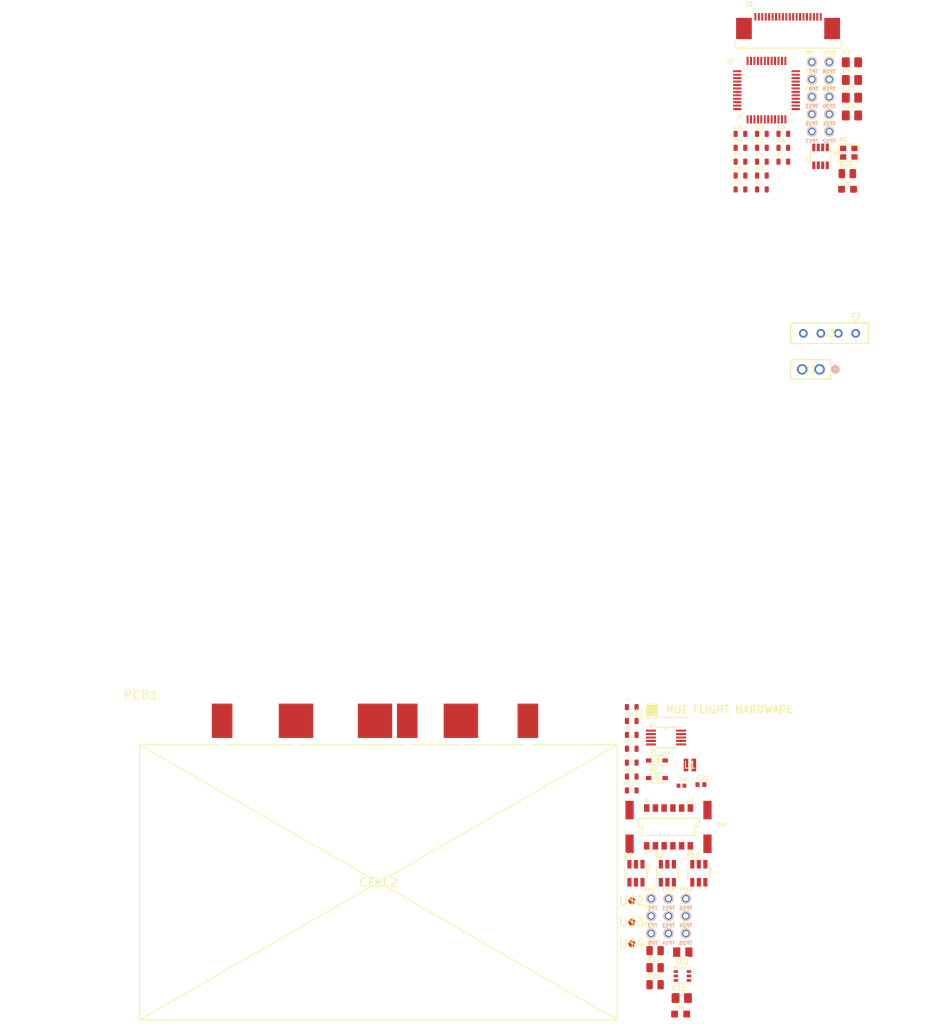
<source format=kicad_pcb>
(kicad_pcb (version 20241229) (generator "pcbnew") (generator_version "9.0")
  (layers (0 "F.Cu" signal) (2 "B.Cu" signal) (13 "F.Paste" user) (15 "B.Paste" user) (5 "F.SilkS" user "F.Silkscreen") (7 "B.SilkS" user "B.Silkscreen") (1 "F.Mask" user) (3 "B.Mask" user) (25 "Edge.Cuts" user))
  (net 0 "")
  (net 1 "3.3V")
  (net 2 "GND")
  (net 3 "VSOLAR")
  (net 4 "Net-(U5-VOUT)")
  (net 5 "Net-(U5-VIN)")
  (net 6 "Net-(U7-PF1-OSC_OUT)")
  (net 7 "Net-(U7-PF0-OSC_IN)")
  (net 8 "Net-(CF1-AUX-Pad7)")
  (net 9 "VBUS")
  (net 10 "CANL")
  (net 11 "/1u_panel-power/~{SHUTDOWN}")
  (net 12 "CANH")
  (net 13 "/1u_panel-power/~{SHDN-3.3V}")
  (net 14 "/1u_panel-power/~{SHDN-OUPUT}")
  (net 15 "Net-(D4-PadA)")
  (net 16 "Net-(D6-PadA)")
  (net 17 "Net-(J2-DEBUG-1)")
  (net 18 "Net-(J2-DEBUG-0)")
  (net 19 "/1u_panel-microcontroller/NRESET")
  (net 21 "Net-(J2-SWO)")
  (net 23 "Net-(J2-VBUSP-Pad1)")
  (net 25 "/1u_panel-microcontroller/PA2{slash}USART2_TX")
  (net 26 "Net-(J2-DEBUG-2)")
  (net 27 "/1u_panel-microcontroller/SWCLK")
  (net 28 "/1u_panel-microcontroller/PA3{slash}USART2_RX")
  (net 29 "/1u_panel-microcontroller/SWDIO")
  (net 31 "Net-(J2-DEBUG-3)")
  (net 32 "Net-(U5-SW)")
  (net 33 "Net-(U12-CTL)")
  (net 34 "Net-(Q2A-G)")
  (net 35 "Net-(Q2A-S)")
  (net 36 "Net-(U5-~{SHDN})")
  (net 37 "Net-(U4-VBUS)")
  (net 38 "V_SOLAR")
  (net 39 "/1u_panel-microcontroller/BOOT0")
  (net 40 "/1u_panel-microcontroller/PA0")
  (net 41 "/1u_panel-microcontroller/SMSN0")
  (net 42 "/1u_panel-microcontroller/SMSN1")
  (net 43 "/1u_panel-microcontroller/SMSN2")
  (net 44 "/1u_panel-microcontroller/SMSN3")
  (net 45 "Net-(U7-PA5)")
  (net 46 "Net-(U12-STAT)")
  (net 47 "Net-(U7-PA6)")
  (net 48 "Net-(U4-ALERT)")
  (net 49 "/1u_panel-microcontroller/CAN_TX")
  (net 50 "/1u_panel-microcontroller/CAN_SHDN")
  (net 51 "/1u_panel-microcontroller/CAN_SILENT")
  (net 52 "/1u_panel-microcontroller/CAN_RX")
  (net 53 "SCL")
  (net 54 "SDA")
  (footprint "1u_panel:.0402-B-NOSILK" (layer "F.Cu") (at 113.286 136.09025)
    (property "Reference" "C21" (at -0.8 -0.55 0) (layer "F.SilkS") (effects (font (size 0.68 0.68) (thickness 0.12)) (justify left bottom)))
    (property "Value" "100n")
    (pad "1" smd roundrect (at -0.5 0) (size 0.6 0.7) (layers "F.Cu" "F.Paste") (roundrect_rratio 0.085) (net 3 "VSOLAR"))
    (pad "2" smd roundrect (at 0.5 0) (size 0.6 0.7) (layers "F.Cu" "F.Paste") (roundrect_rratio 0.085) (net 2 "GND"))
  )
  (footprint "1u_panel:.0603-C-NOSILK" (layer "F.Cu") (at 122.156 43.46025)
    (property "Reference" "C31" (at -1 -0.75 0) (layer "F.SilkS") (effects (font (size 0.425 0.425) (thickness 0.075)) (justify left bottom)))
    (property "Value" "100n")
    (pad "1" smd roundrect (at -0.7 0) (size 0.6 0.9) (layers "F.Cu" "F.Paste") (net 2 "GND"))
    (pad "2" smd roundrect (at 0.7 0) (size 0.6 0.9) (layers "F.Cu" "F.Paste") (net 1 "3.3V"))
  )
  (footprint "1u_panel:1X01" (layer "F.Cu") (at 129.4395 33.52075)
    (property "Reference" "TP8" (at -1 -1 0) (layer "F.SilkS") (effects (font (size 0.508 0.508) (thickness 0.127)) (justify left bottom)))
    (property "Value" "TEST-POINT-LARGE-SQUARE")
    (fp_text user "${REFERENCE}" (at 1 1.7 0) (layer "B.SilkS") (effects (font (size 0.508 0.508) (thickness 0.127)) (justify left bottom mirror)))
    (pad "1" thru_hole circle (at 0 0) (size 1.1 1.1) (drill 0.7366) (layers "*.Cu" "*.Mask") (net 23 "Net-(J2-VBUSP-Pad1)"))
  )
  (footprint "1u_panel:1X01" (layer "F.Cu") (at 131.9665 41.10175)
    (property "Reference" "TP22" (at -1 -1 0) (layer "F.SilkS") (effects (font (size 0.508 0.508) (thickness 0.127)) (justify left bottom)))
    (property "Value" "TEST-POINT-LARGE-SQUARE")
    (fp_text user "${REFERENCE}" (at 1 1.7 0) (layer "B.SilkS") (effects (font (size 0.508 0.508) (thickness 0.127)) (justify left bottom mirror)))
    (pad "1" thru_hole circle (at 0 0) (size 1.1 1.1) (drill 0.7366) (layers "*.Cu" "*.Mask") (net 47 "Net-(U7-PA6)"))
  )
  (footprint "1u_panel:.0805-B-NOSILK" (layer "F.Cu") (at 135.266 33.60025)
    (property "Reference" "C9" (at -1.5 -1 0) (layer "F.SilkS") (effects (font (size 0.68 0.68) (thickness 0.12)) (justify left bottom)))
    (property "Value" "22u")
    (pad "1" smd roundrect (at -0.9 0) (size 1.15 1.45) (layers "F.Cu" "F.Paste") (roundrect_rratio 0.175) (net 1 "3.3V"))
    (pad "2" smd roundrect (at 0.9 0) (size 1.15 1.45) (layers "F.Cu" "F.Paste") (roundrect_rratio 0.175) (net 2 "GND"))
  )
  (footprint "1u_panel:FLIGHTMARKER_NEW_BOARDS" (layer "F.Cu") (at 105.526 125.81025)
    (property "Reference" "U$1" (at 0 0 0) (layer "F.SilkS") (effects (font (size 1.27 1.27))))
    (property "Value" "FLIGHMARKERNEW")
    (fp_text user "NOT FLIGHT HARDWARE" (at 2.54 0 0) (layer "F.SilkS") (effects (font (size 1.0795 1.0795) (thickness 0.1905)) (justify left bottom)))
  )
  (footprint "1u_panel:.0603-C-NOSILK" (layer "F.Cu") (at 122.156 45.48025)
    (property "Reference" "R22" (at -1 -0.75 0) (layer "F.SilkS") (effects (font (size 0.425 0.425) (thickness 0.075)) (justify left bottom)))
    (property "Value" "10k")
    (pad "1" smd roundrect (at -0.7 0) (size 0.6 0.9) (layers "F.Cu" "F.Paste") (net 39 "/1u_panel-microcontroller/BOOT0"))
    (pad "2" smd roundrect (at 0.7 0) (size 0.6 0.9) (layers "F.Cu" "F.Paste") (net 2 "GND"))
  )
  (footprint "1u_panel:CRYSTAL_2.5X2" (layer "F.Cu") (at 134.8095 44.17375)
    (property "Reference" "X1" (at -1.532 -1.528 0) (layer "F.SilkS") (effects (font (size 0.666496 0.666496) (thickness 0.146304)) (justify left bottom)))
    (property "Value" "ECS-160-10-36Q-ES-TR")
    (pad "1" smd rect (at -0.825 0.625) (size 0.9 0.8) (layers "F.Cu" "F.Mask" "F.Paste") (net 7 "Net-(U7-PF0-OSC_IN)"))
    (pad "2" smd rect (at 0.825 0.625) (size 0.9 0.8) (layers "F.Cu" "F.Mask" "F.Paste") (net 2 "GND"))
    (pad "3" smd rect (at 0.825 -0.625) (size 0.9 0.8) (layers "F.Cu" "F.Mask" "F.Paste") (net 6 "Net-(U7-PF1-OSC_OUT)"))
    (pad "4" smd rect (at -0.825 -0.625) (size 0.9 0.8) (layers "F.Cu" "F.Mask" "F.Paste") (net 2 "GND"))
  )
  (footprint "1u_panel:.0603-C-NOSILK" (layer "F.Cu") (at 119.036 41.44025)
    (property "Reference" "C25" (at -1 -0.75 0) (layer "F.SilkS") (effects (font (size 0.425 0.425) (thickness 0.075)) (justify left bottom)))
    (property "Value" "100n")
    (pad "1" smd roundrect (at -0.7 0) (size 0.6 0.9) (layers "F.Cu" "F.Paste") (net 2 "GND"))
    (pad "2" smd roundrect (at 0.7 0) (size 0.6 0.9) (layers "F.Cu" "F.Paste") (net 1 "3.3V"))
  )
  (footprint "1u_panel:1X01" (layer "F.Cu") (at 131.9665 36.04775)
    (property "Reference" "TP20" (at -1 -1 0) (layer "F.SilkS") (effects (font (size 0.508 0.508) (thickness 0.127)) (justify left bottom)))
    (property "Value" "TEST-POINT-LARGE-SQUARE")
    (fp_text user "${REFERENCE}" (at 1 1.7 0) (layer "B.SilkS") (effects (font (size 0.508 0.508) (thickness 0.127)) (justify left bottom mirror)))
    (pad "1" thru_hole circle (at 0 0) (size 1.1 1.1) (drill 0.7366) (layers "*.Cu" "*.Mask") (net 31 "Net-(J2-DEBUG-3)"))
  )
  (footprint "1u_panel:.0603-C-NOSILK" (layer "F.Cu") (at 103.216 124.82025)
    (property "Reference" "C4" (at -1 -0.75 0) (layer "F.SilkS") (effects (font (size 0.425 0.425) (thickness 0.075)) (justify left bottom)))
    (property "Value" "10u")
    (pad "1" smd roundrect (at -0.7 0) (size 0.6 0.9) (layers "F.Cu" "F.Paste") (net 38 "V_SOLAR"))
    (pad "2" smd roundrect (at 0.7 0) (size 0.6 0.9) (layers "F.Cu" "F.Paste") (net 2 "GND"))
  )
  (footprint "Package_TO_SOT_SMD:SOT-363_SC-70-6" (layer "F.Cu") (at 110.581 163.93025)
    (property "Reference" "U5" (at 0 -2.25 0) (layer "F.SilkS"))
    (property "Value" "LTC3525D-3.3")
    (pad "1" smd roundrect (at -0.95 -0.65) (size 0.65 0.4) (layers "F.Cu" "F.Mask" "F.Paste") (net 36 "Net-(U5-~{SHDN})"))
    (pad "2" smd roundrect (at -0.95 0) (size 0.65 0.4) (layers "F.Cu" "F.Mask" "F.Paste") (net 2 "GND"))
    (pad "3" smd roundrect (at -0.95 0.65) (size 0.65 0.4) (layers "F.Cu" "F.Mask" "F.Paste") (net 5 "Net-(U5-VIN)"))
    (pad "4" smd roundrect (at 0.95 0.65) (size 0.65 0.4) (layers "F.Cu" "F.Mask" "F.Paste") (net 4 "Net-(U5-VOUT)"))
    (pad "5" smd roundrect (at 0.95 0) (size 0.65 0.4) (layers "F.Cu" "F.Mask" "F.Paste") (net 2 "GND"))
    (pad "6" smd roundrect (at 0.95 -0.65) (size 0.65 0.4) (layers "F.Cu" "F.Mask" "F.Paste") (net 32 "Net-(U5-SW)"))
  )
  (footprint "1u_panel:HARWIN-M55-60X1242R" (layer "F.Cu") (at 108.5695 142.25025)
    (property "Reference" "CF1" (at 6.985 0 0) (layer "F.SilkS") (effects (font (size 0.508 0.508) (thickness 0.127)) (justify left bottom)))
    (property "Value" "M55-6021242R")
    (fp_text user "1" (at -2.94 3.5 0) (layer "F.SilkS") (effects (font (size 0.508 0.508) (thickness 0.127)) (justify right top)))
    (fp_text user "2" (at -2.94 -4.1 0) (layer "F.SilkS") (effects (font (size 0.508 0.508) (thickness 0.127)) (justify right top)))
    (fp_text user "11" (at 3.74 3.5 0) (layer "F.SilkS") (effects (font (size 0.508 0.508) (thickness 0.127)) (justify right top)))
    (fp_text user "12" (at 3.64 -4.1 0) (layer "F.SilkS") (effects (font (size 0.508 0.508) (thickness 0.127)) (justify right top)))
    (pad "" np_thru_hole circle (at -5.385 0) (size 1.6 1.6) (drill 1.6) (layers "*.Cu" "*.Mask"))
    (pad "" np_thru_hole circle (at 5.385 0) (size 1.6 1.6) (drill 1.6) (layers "*.Cu" "*.Mask"))
    (pad "1" smd rect (at -3.175 2.75 180) (size 0.8 1.1) (layers "F.Cu" "F.Mask" "F.Paste") (net 11 "/1u_panel-power/~{SHUTDOWN}"))
    (pad "2" smd rect (at -3.175 -2.75 180) (size 0.8 1.1) (layers "F.Cu" "F.Mask" "F.Paste") (net 11 "/1u_panel-power/~{SHUTDOWN}"))
    (pad "3" smd rect (at -1.905 2.75 180) (size 0.8 1.1) (layers "F.Cu" "F.Mask" "F.Paste") (net 2 "GND"))
    (pad "4" smd rect (at -1.905 -2.75 180) (size 0.8 1.1) (layers "F.Cu" "F.Mask" "F.Paste") (net 2 "GND"))
    (pad "5" smd rect (at -0.635 2.75 180) (size 0.8 1.1) (layers "F.Cu" "F.Mask" "F.Paste") (net 9 "VBUS"))
    (pad "6" smd rect (at -0.635 -2.75 180) (size 0.8 1.1) (layers "F.Cu" "F.Mask" "F.Paste") (net 9 "VBUS"))
    (pad "7" smd rect (at 0.635 2.75 180) (size 0.8 1.1) (layers "F.Cu" "F.Mask" "F.Paste") (net 8 "Net-(CF1-AUX-Pad7)"))
    (pad "8" smd rect (at 0.635 -2.75 180) (size 0.8 1.1) (layers "F.Cu" "F.Mask" "F.Paste") (net 8 "Net-(CF1-AUX-Pad7)"))
    (pad "9" smd rect (at 1.905 2.75 180) (size 0.8 1.1) (layers "F.Cu" "F.Mask" "F.Paste") (net 12 "CANH"))
    (pad "10" smd rect (at 1.905 -2.75 180) (size 0.8 1.1) (layers "F.Cu" "F.Mask" "F.Paste") (net 12 "CANH"))
    (pad "11" smd rect (at 3.175 2.75 180) (size 0.8 1.1) (layers "F.Cu" "F.Mask" "F.Paste") (net 10 "CANL"))
    (pad "12" smd rect (at 3.175 -2.75 180) (size 0.8 1.1) (layers "F.Cu" "F.Mask" "F.Paste") (net 10 "CANL"))
    (pad "P$1" smd rect (at -5.67 2.45 90) (size 2.7 1.2) (layers "F.Cu" "F.Mask" "F.Paste") (net 2 "GND"))
    (pad "P$2" smd rect (at -5.67 -2.45 90) (size 2.7 1.2) (layers "F.Cu" "F.Mask" "F.Paste") (net 2 "GND"))
    (pad "P$3" smd rect (at 5.67 -2.45 90) (size 2.7 1.2) (layers "F.Cu" "F.Mask" "F.Paste") (net 2 "GND"))
    (pad "P$4" smd rect (at 5.67 2.45 90) (size 2.7 1.2) (layers "F.Cu" "F.Mask" "F.Paste") (net 2 "GND"))
  )
  (footprint "1u_panel:.0603-C-NOSILK" (layer "F.Cu") (at 125.276 43.46025)
    (property "Reference" "R26" (at -1 -0.75 0) (layer "F.SilkS") (effects (font (size 0.425 0.425) (thickness 0.075)) (justify left bottom)))
    (property "Value" "1k/NP")
    (pad "1" smd roundrect (at -0.7 0) (size 0.6 0.9) (layers "F.Cu" "F.Paste") (net 43 "/1u_panel-microcontroller/SMSN2"))
    (pad "2" smd roundrect (at 0.7 0) (size 0.6 0.9) (layers "F.Cu" "F.Paste") (net 2 "GND"))
  )
  (footprint "1u_panel:.0603-C-NOSILK" (layer "F.Cu") (at 122.156 41.44025)
    (property "Reference" "C30" (at -1 -0.75 0) (layer "F.SilkS") (effects (font (size 0.425 0.425) (thickness 0.075)) (justify left bottom)))
    (property "Value" "100n")
    (pad "1" smd roundrect (at -0.7 0) (size 0.6 0.9) (layers "F.Cu" "F.Paste") (net 2 "GND"))
    (pad "2" smd roundrect (at 0.7 0) (size 0.6 0.9) (layers "F.Cu" "F.Paste") (net 1 "3.3V"))
  )
  (footprint "1u_panel:STM32F091C" (layer "F.Cu") (at 122.826 35.08025)
    (property "Reference" "U7" (at -5.9 -3.9 0) (layer "F.SilkS") (effects (font (size 0.508 0.508) (thickness 0.127)) (justify left bottom)))
    (property "Value" "STM32F091CCT7")
    (pad "1" smd rect (at -2.75 4.25 90) (size 1.2 0.3) (layers "F.Cu" "F.Mask" "F.Paste") (net 1 "3.3V"))
    (pad "2" smd rect (at -2.25 4.25 90) (size 1.2 0.3) (layers "F.Cu" "F.Mask" "F.Paste"))
    (pad "3" smd rect (at -1.75 4.25 90) (size 1.2 0.3) (layers "F.Cu" "F.Mask" "F.Paste"))
    (pad "4" smd rect (at -1.25 4.25 90) (size 1.2 0.3) (layers "F.Cu" "F.Mask" "F.Paste"))
    (pad "5" smd rect (at -0.75 4.25 90) (size 1.2 0.3) (layers "F.Cu" "F.Mask" "F.Paste") (net 7 "Net-(U7-PF0-OSC_IN)"))
    (pad "6" smd rect (at -0.25 4.25 90) (size 1.2 0.3) (layers "F.Cu" "F.Mask" "F.Paste") (net 6 "Net-(U7-PF1-OSC_OUT)"))
    (pad "7" smd rect (at 0.25 4.25 90) (size 1.2 0.3) (layers "F.Cu" "F.Mask" "F.Paste") (net 19 "/1u_panel-microcontroller/NRESET"))
    (pad "8" smd rect (at 0.75 4.25 90) (size 1.2 0.3) (layers "F.Cu" "F.Mask" "F.Paste") (net 2 "GND"))
    (pad "9" smd rect (at 1.25 4.25 90) (size 1.2 0.3) (layers "F.Cu" "F.Mask" "F.Paste") (net 1 "3.3V"))
    (pad "10" smd rect (at 1.75 4.25 90) (size 1.2 0.3) (layers "F.Cu" "F.Mask" "F.Paste") (net 40 "/1u_panel-microcontroller/PA0"))
    (pad "11" smd rect (at 2.25 4.25 90) (size 1.2 0.3) (layers "F.Cu" "F.Mask" "F.Paste"))
    (pad "12" smd rect (at 2.75 4.25 90) (size 1.2 0.3) (layers "F.Cu" "F.Mask" "F.Paste") (net 25 "/1u_panel-microcontroller/PA2{slash}USART2_TX"))
    (pad "13" smd rect (at 4.25 2.75 180) (size 1.2 0.3) (layers "F.Cu" "F.Mask" "F.Paste") (net 28 "/1u_panel-microcontroller/PA3{slash}USART2_RX"))
    (pad "14" smd rect (at 4.25 2.25 180) (size 1.2 0.3) (layers "F.Cu" "F.Mask" "F.Paste"))
    (pad "15" smd rect (at 4.25 1.75 180) (size 1.2 0.3) (layers "F.Cu" "F.Mask" "F.Paste") (net 45 "Net-(U7-PA5)"))
    (pad "16" smd rect (at 4.25 1.25 180) (size 1.2 0.3) (layers "F.Cu" "F.Mask" "F.Paste") (net 47 "Net-(U7-PA6)"))
    (pad "17" smd rect (at 4.25 0.75 180) (size 1.2 0.3) (layers "F.Cu" "F.Mask" "F.Paste"))
    (pad "18" smd rect (at 4.25 0.25 180) (size 1.2 0.3) (layers "F.Cu" "F.Mask" "F.Paste"))
    (pad "19" smd rect (at 4.25 -0.25 180) (size 1.2 0.3) (layers "F.Cu" "F.Mask" "F.Paste"))
    (pad "20" smd rect (at 4.25 -0.75 180) (size 1.2 0.3) (layers "F.Cu" "F.Mask" "F.Paste"))
    (pad "21" smd rect (at 4.25 -1.25 180) (size 1.2 0.3) (layers "F.Cu" "F.Mask" "F.Paste") (net 53 "SCL"))
    (pad "22" smd rect (at 4.25 -1.75 180) (size 1.2 0.3) (layers "F.Cu" "F.Mask" "F.Paste") (net 54 "SDA"))
    (pad "23" smd rect (at 4.25 -2.25 180) (size 1.2 0.3) (layers "F.Cu" "F.Mask" "F.Paste") (net 2 "GND"))
    (pad "24" smd rect (at 4.25 -2.75 180) (size 1.2 0.3) (layers "F.Cu" "F.Mask" "F.Paste") (net 1 "3.3V"))
    (pad "25" smd rect (at 2.75 -4.25 270) (size 1.2 0.3) (layers "F.Cu" "F.Mask" "F.Paste") (net 41 "/1u_panel-microcontroller/SMSN0"))
    (pad "26" smd rect (at 2.25 -4.25 270) (size 1.2 0.3) (layers "F.Cu" "F.Mask" "F.Paste") (net 42 "/1u_panel-microcontroller/SMSN1"))
    (pad "27" smd rect (at 1.75 -4.25 270) (size 1.2 0.3) (layers "F.Cu" "F.Mask" "F.Paste") (net 43 "/1u_panel-microcontroller/SMSN2"))
    (pad "28" smd rect (at 1.25 -4.25 270) (size 1.2 0.3) (layers "F.Cu" "F.Mask" "F.Paste") (net 44 "/1u_panel-microcontroller/SMSN3"))
    (pad "29" smd rect (at 0.75 -4.25 270) (size 1.2 0.3) (layers "F.Cu" "F.Mask" "F.Paste"))
    (pad "30" smd rect (at 0.25 -4.25 270) (size 1.2 0.3) (layers "F.Cu" "F.Mask" "F.Paste") (net 51 "/1u_panel-microcontroller/CAN_SILENT"))
    (pad "31" smd rect (at -0.25 -4.25 270) (size 1.2 0.3) (layers "F.Cu" "F.Mask" "F.Paste") (net 50 "/1u_panel-microcontroller/CAN_SHDN"))
    (pad "32" smd rect (at -0.75 -4.25 270) (size 1.2 0.3) (layers "F.Cu" "F.Mask" "F.Paste") (net 52 "/1u_panel-microcontroller/CAN_RX"))
    (pad "33" smd rect (at -1.25 -4.25 270) (size 1.2 0.3) (layers "F.Cu" "F.Mask" "F.Paste") (net 49 "/1u_panel-microcontroller/CAN_TX"))
    (pad "34" smd rect (at -1.75 -4.25 270) (size 1.2 0.3) (layers "F.Cu" "F.Mask" "F.Paste") (net 29 "/1u_panel-microcontroller/SWDIO"))
    (pad "35" smd rect (at -2.25 -4.25 270) (size 1.2 0.3) (layers "F.Cu" "F.Mask" "F.Paste") (net 2 "GND"))
    (pad "36" smd rect (at -2.75 -4.25 270) (size 1.2 0.3) (layers "F.Cu" "F.Mask" "F.Paste") (net 1 "3.3V"))
    (pad "37" smd rect (at -4.25 -2.75) (size 1.2 0.3) (layers "F.Cu" "F.Mask" "F.Paste") (net 27 "/1u_panel-microcontroller/SWCLK"))
    (pad "38" smd rect (at -4.25 -2.25) (size 1.2 0.3) (layers "F.Cu" "F.Mask" "F.Paste"))
    (pad "39" smd rect (at -4.25 -1.75) (size 1.2 0.3) (layers "F.Cu" "F.Mask" "F.Paste"))
    (pad "40" smd rect (at -4.25 -1.25) (size 1.2 0.3) (layers "F.Cu" "F.Mask" "F.Paste"))
    (pad "41" smd rect (at -4.25 -0.75) (size 1.2 0.3) (layers "F.Cu" "F.Mask" "F.Paste"))
    (pad "42" smd rect (at -4.25 -0.25) (size 1.2 0.3) (layers "F.Cu" "F.Mask" "F.Paste"))
    (pad "43" smd rect (at -4.25 0.25) (size 1.2 0.3) (layers "F.Cu" "F.Mask" "F.Paste"))
    (pad "44" smd rect (at -4.25 0.75) (size 1.2 0.3) (layers "F.Cu" "F.Mask" "F.Paste") (net 39 "/1u_panel-microcontroller/BOOT0"))
    (pad "45" smd rect (at -4.25 1.25) (size 1.2 0.3) (layers "F.Cu" "F.Mask" "F.Paste"))
    (pad "46" smd rect (at -4.25 1.75) (size 1.2 0.3) (layers "F.Cu" "F.Mask" "F.Paste"))
    (pad "47" smd rect (at -4.25 2.25) (size 1.2 0.3) (layers "F.Cu" "F.Mask" "F.Paste") (net 2 "GND"))
    (pad "48" smd rect (at -4.25 2.75) (size 1.2 0.3) (layers "F.Cu" "F.Mask" "F.Paste") (net 1 "3.3V"))
  )
  (footprint "1u_panel:1X01" (layer "F.Cu") (at 108.5665 152.68375)
    (property "Reference" "TP11" (at -1 -1 0) (layer "F.SilkS") (effects (font (size 0.508 0.508) (thickness 0.127)) (justify left bottom)))
    (property "Value" "TEST-POINT-LARGE-SQUARE")
    (fp_text user "${REFERENCE}" (at 1 1.7 0) (layer "B.SilkS") (effects (font (size 0.508 0.508) (thickness 0.127)) (justify left bottom mirror)))
    (pad "1" thru_hole circle (at 0 0) (size 1.1 1.1) (drill 0.7366) (layers "*.Cu" "*.Mask") (net 11 "/1u_panel-power/~{SHUTDOWN}"))
  )
  (footprint "1u_panel:FIDUCIAL_1MM" (layer "F.Cu") (at 103.220117 152.984367)
    (property "Reference" "U$2" (at 0 0 0) (layer "F.SilkS") (effects (font (size 1.27 1.27))))
    (property "Value" "FIDUCIAL")
    (pad "1" smd roundrect (at 0 0) (size 1 1) (layers "F.Cu") (roundrect_rratio 0.5))
  )
  (footprint "1u_panel:LED-0603" (layer "F.Cu") (at 110.333 169.47)
    (property "Reference" "D4" (at 0 -0.635 0) (layer "F.SilkS") (effects (font (size 0.48768 0.48768) (thickness 0.12192)) (justify bottom)))
    (property "Value" "GREEN")
    (pad "A" smd roundrect (at -0.877 0 270) (size 1 1) (layers "F.Cu" "F.Mask" "F.Paste") (roundrect_rratio 0.15) (net 15 "Net-(D4-PadA)"))
    (pad "C" smd roundrect (at 0.877 0 270) (size 1 1) (layers "F.Cu" "F.Mask" "F.Paste") (roundrect_rratio 0.15) (net 2 "GND"))
  )
  (footprint "1u_panel:1X01" (layer "F.Cu") (at 129.4395 41.10175)
    (property "Reference" "TP17" (at -1 -1 0) (layer "F.SilkS") (effects (font (size 0.508 0.508) (thickness 0.127)) (justify left bottom)))
    (property "Value" "TEST-POINT-LARGE-SQUARE")
    (fp_text user "${REFERENCE}" (at 1 1.7 0) (layer "B.SilkS") (effects (font (size 0.508 0.508) (thickness 0.127)) (justify left bottom mirror)))
    (pad "1" thru_hole circle (at 0 0) (size 1.1 1.1) (drill 0.7366) (layers "*.Cu" "*.Mask") (net 18 "Net-(J2-DEBUG-0)"))
  )
  (footprint "IND_XFL2010_COC:IND_XFL2010_COC" (layer "F.Cu") (at 111.6858 133.24535)
    (property "Reference" "L1" (at 0 0 0) (layer "F.SilkS"))
    (property "Value" "XFL2010-682MEC")
    (pad "1" smd rect (at -0.5715 0) (size 0.6604 1.8542) (layers "F.Cu" "F.Mask" "F.Paste") (net 32 "Net-(U5-SW)"))
    (pad "2" smd rect (at 0.5715 0) (size 0.6604 1.8542) (layers "F.Cu" "F.Mask" "F.Paste") (net 5 "Net-(U5-VIN)"))
  )
  (footprint "1u_panel:1X01" (layer "F.Cu") (at 129.4395 36.04775)
    (property "Reference" "TP13" (at -1 -1 0) (layer "F.SilkS") (effects (font (size 0.508 0.508) (thickness 0.127)) (justify left bottom)))
    (property "Value" "TEST-POINT-LARGE-SQUARE")
    (fp_text user "${REFERENCE}" (at 1 1.7 0) (layer "B.SilkS") (effects (font (size 0.508 0.508) (thickness 0.127)) (justify left bottom mirror)))
    (pad "1" thru_hole circle (at 0 0) (size 1.1 1.1) (drill 0.7366) (layers "*.Cu" "*.Mask") (net 19 "/1u_panel-microcontroller/NRESET"))
  )
  (footprint "1u_panel:.0603-C-NOSILK" (layer "F.Cu") (at 119.036 47.50025)
    (property "Reference" "C28" (at -1 -0.75 0) (layer "F.SilkS") (effects (font (size 0.425 0.425) (thickness 0.075)) (justify left bottom)))
    (property "Value" "20p")
    (pad "1" smd roundrect (at -0.7 0) (size 0.6 0.9) (layers "F.Cu" "F.Paste") (net 7 "Net-(U7-PF0-OSC_IN)"))
    (pad "2" smd roundrect (at 0.7 0) (size 0.6 0.9) (layers "F.Cu" "F.Paste") (net 2 "GND"))
  )
  (footprint "1u_panel:1X01" (layer "F.Cu") (at 131.9665 30.99375)
    (property "Reference" "TP18" (at -1 -1 0) (layer "F.SilkS") (effects (font (size 0.508 0.508) (thickness 0.127)) (justify left bottom)))
    (property "Value" "TEST-POINT-LARGE-SQUARE")
    (fp_text user "${REFERENCE}" (at 1 1.7 0) (layer "B.SilkS") (effects (font (size 0.508 0.508) (thickness 0.127)) (justify left bottom mirror)))
    (pad "1" thru_hole circle (at 0 0) (size 1.1 1.1) (drill 0.7366) (layers "*.Cu" "*.Mask") (net 17 "Net-(J2-DEBUG-1)"))
  )
  (footprint "1u_panel:SPECTROLAB-XTE-SF" (layer "F.Cu") (at 66.3495 150.31025)
    (property "Reference" "CELL2" (at 0 0 0) (layer "F.SilkS") (effects (font (size 1.27 1.27))))
    (property "Value" "SPECTROLAB-XTE-SF")
    (pad "NEG1" smd rect (at -22.75 -23.5) (size 3 5) (layers "F.Cu" "F.Mask") (net 2 "GND"))
    (pad "NEG2" smd rect (at 21.75 -23.5) (size 3 5) (layers "F.Cu" "F.Mask") (net 2 "GND"))
    (pad "NEG3" smd rect (at 4.2 -23.5) (size 3 5) (layers "F.Cu" "F.Mask") (net 2 "GND"))
    (pad "NEG4" smd rect (at -0.5 -23.5) (size 5 5) (layers "F.Cu" "F.Mask") (net 2 "GND"))
    (pad "POS1" smd rect (at -12 -23.5) (size 5 5) (layers "F.Cu" "F.Mask") (net 3 "VSOLAR"))
    (pad "POS2" smd rect (at 12 -23.5) (size 5 5) (layers "F.Cu" "F.Mask") (net 3 "VSOLAR"))
  )
  (footprint "1u_panel:LED-0603" (layer "F.Cu") (at 134.623 49.5)
    (property "Reference" "D6" (at 0 -0.635 0) (layer "F.SilkS") (effects (font (size 0.48768 0.48768) (thickness 0.12192)) (justify bottom)))
    (property "Value" "AMBER")
    (pad "A" smd roundrect (at -0.877 0 270) (size 1 1) (layers "F.Cu" "F.Mask" "F.Paste") (roundrect_rratio 0.15) (net 16 "Net-(D6-PadA)"))
    (pad "C" smd roundrect (at 0.877 0 270) (size 1 1) (layers "F.Cu" "F.Mask" "F.Paste") (roundrect_rratio 0.15) (net 2 "GND"))
  )
  (footprint "1u_panel:.0603-C-NOSILK" (layer "F.Cu") (at 103.216 128.86025)
    (property "Reference" "C8" (at -1 -0.75 0) (layer "F.SilkS") (effects (font (size 0.425 0.425) (thickness 0.075)) (justify left bottom)))
    (property "Value" "100n")
    (pad "1" smd roundrect (at -0.7 0) (size 0.6 0.9) (layers "F.Cu" "F.Paste") (net 1 "3.3V"))
    (pad "2" smd roundrect (at 0.7 0) (size 0.6 0.9) (layers "F.Cu" "F.Paste") (net 2 "GND"))
  )
  (footprint "1u_panel:.0603-C-NOSILK" (layer "F.Cu") (at 119.036 45.48025)
    (property "Reference" "C27" (at -1 -0.75 0) (layer "F.SilkS") (effects (font (size 0.425 0.425) (thickness 0.075)) (justify left bottom)))
    (property "Value" "20p")
    (pad "1" smd roundrect (at -0.7 0) (size 0.6 0.9) (layers "F.Cu" "F.Paste") (net 6 "Net-(U7-PF1-OSC_OUT)"))
    (pad "2" smd roundrect (at 0.7 0) (size 0.6 0.9) (layers "F.Cu" "F.Paste") (net 2 "GND"))
  )
  (footprint "1u_panel:.0805-B-NOSILK" (layer "F.Cu") (at 110.496 167.14025)
    (property "Reference" "C15" (at -1.5 -1 0) (layer "F.SilkS") (effects (font (size 0.68 0.68) (thickness 0.12)) (justify left bottom)))
    (property "Value" "22u")
    (pad "1" smd roundrect (at -0.9 0) (size 1.15 1.45) (layers "F.Cu" "F.Paste") (roundrect_rratio 0.175) (net 4 "Net-(U5-VOUT)"))
    (pad "2" smd roundrect (at 0.9 0) (size 1.15 1.45) (layers "F.Cu" "F.Paste") (roundrect_rratio 0.175) (net 2 "GND"))
  )
  (footprint "J-TE-2-1734592-0:J-TE-2-1734592-0" (layer "F.Cu") (at 125.966 24.41025)
    (property "Reference" "J2" (at -5.668 -1.8064 0) (layer "F.SilkS") (effects (font (size 0.64 0.64))))
    (property "Value" "2-1734592-0")
    (pad "1" smd rect (at -4.75 0) (size 0.3 1.1) (layers "F.Cu" "F.Mask" "F.Paste") (net 23 "Net-(J2-VBUSP-Pad1)"))
    (pad "2" smd rect (at -4.25 0) (size 0.3 1.1) (layers "F.Cu" "F.Mask" "F.Paste") (net 23 "Net-(J2-VBUSP-Pad1)"))
    (pad "3" smd rect (at -3.75 0) (size 0.3 1.1) (layers "F.Cu" "F.Mask" "F.Paste") (net 2 "GND"))
    (pad "4" smd rect (at -3.25 0) (size 0.3 1.1) (layers "F.Cu" "F.Mask" "F.Paste"))
    (pad "5" smd rect (at -2.75 0) (size 0.3 1.1) (layers "F.Cu" "F.Mask" "F.Paste"))
    (pad "6" smd rect (at -2.25 0) (size 0.3 1.1) (layers "F.Cu" "F.Mask" "F.Paste") (net 2 "GND"))
    (pad "7" smd rect (at -1.75 0) (size 0.3 1.1) (layers "F.Cu" "F.Mask" "F.Paste"))
    (pad "8" smd rect (at -1.25 0) (size 0.3 1.1) (layers "F.Cu" "F.Mask" "F.Paste"))
    (pad "9" smd rect (at -0.75 0) (size 0.3 1.1) (layers "F.Cu" "F.Mask" "F.Paste") (net 2 "GND"))
    (pad "10" smd rect (at -0.25 0) (size 0.3 1.1) (layers "F.Cu" "F.Mask" "F.Paste") (net 19 "/1u_panel-microcontroller/NRESET"))
    (pad "11" smd rect (at 0.25 0) (size 0.3 1.1) (layers "F.Cu" "F.Mask" "F.Paste") (net 1 "3.3V"))
    (pad "12" smd rect (at 0.75 0) (size 0.3 1.1) (layers "F.Cu" "F.Mask" "F.Paste") (net 28 "/1u_panel-microcontroller/PA3{slash}USART2_RX"))
    (pad "13" smd rect (at 1.25 0) (size 0.3 1.1) (layers "F.Cu" "F.Mask" "F.Paste") (net 25 "/1u_panel-microcontroller/PA2{slash}USART2_TX"))
    (pad "14" smd rect (at 1.75 0) (size 0.3 1.1) (layers "F.Cu" "F.Mask" "F.Paste") (net 29 "/1u_panel-microcontroller/SWDIO"))
    (pad "15" smd rect (at 2.25 0) (size 0.3 1.1) (layers "F.Cu" "F.Mask" "F.Paste") (net 27 "/1u_panel-microcontroller/SWCLK"))
    (pad "16" smd rect (at 2.75 0) (size 0.3 1.1) (layers "F.Cu" "F.Mask" "F.Paste") (net 21 "Net-(J2-SWO)"))
    (pad "17" smd rect (at 3.25 0) (size 0.3 1.1) (layers "F.Cu" "F.Mask" "F.Paste") (net 18 "Net-(J2-DEBUG-0)"))
    (pad "18" smd rect (at 3.75 0) (size 0.3 1.1) (layers "F.Cu" "F.Mask" "F.Paste") (net 17 "Net-(J2-DEBUG-1)"))
    (pad "19" smd rect (at 4.25 0) (size 0.3 1.1) (layers "F.Cu" "F.Mask" "F.Paste") (net 26 "Net-(J2-DEBUG-2)"))
    (pad "20" smd rect (at 4.75 0) (size 0.3 1.1) (layers "F.Cu" "F.Mask" "F.Paste") (net 31 "Net-(J2-DEBUG-3)"))
    (pad "S1" smd rect (at -6.42 1.7) (size 2.3 3.1) (layers "F.Cu" "F.Mask" "F.Paste"))
    (pad "S2" smd rect (at 6.42 1.7) (size 2.3 3.1) (layers "F.Cu" "F.Mask" "F.Paste"))
  )
  (footprint "1u_panel:.0603-C-NOSILK" (layer "F.Cu") (at 125.276 45.48025)
    (property "Reference" "R27" (at -1 -0.75 0) (layer "F.SilkS") (effects (font (size 0.425 0.425) (thickness 0.075)) (justify left bottom)))
    (property "Value" "1k/NP")
    (pad "1" smd roundrect (at -0.7 0) (size 0.6 0.9) (layers "F.Cu" "F.Paste") (net 44 "/1u_panel-microcontroller/SMSN3"))
    (pad "2" smd roundrect (at 0.7 0) (size 0.6 0.9) (layers "F.Cu" "F.Paste") (net 2 "GND"))
  )
  (footprint "1u_panel:1X01" (layer "F.Cu") (at 131.9665 38.57475)
    (property "Reference" "TP21" (at -1 -1 0) (layer "F.SilkS") (effects (font (size 0.508 0.508) (thickness 0.127)) (justify left bottom)))
    (property "Value" "TEST-POINT-LARGE-SQUARE")
    (fp_text user "${REFERENCE}" (at 1 1.7 0) (layer "B.SilkS") (effects (font (size 0.508 0.508) (thickness 0.127)) (justify left bottom mirror)))
    (pad "1" thru_hole circle (at 0 0) (size 1.1 1.1) (drill 0.7366) (layers "*.Cu" "*.Mask") (net 21 "Net-(J2-SWO)"))
  )
  (footprint "1u_panel:1X01" (layer "F.Cu") (at 108.5665 155.21075)
    (property "Reference" "TP12" (at -1 -1 0) (layer "F.SilkS") (effects (font (size 0.508 0.508) (thickness 0.127)) (justify left bottom)))
    (property "Value" "TEST-POINT-LARGE-SQUARE")
    (fp_text user "${REFERENCE}" (at 1 1.7 0) (layer "B.SilkS") (effects (font (size 0.508 0.508) (thickness 0.127)) (justify left bottom mirror)))
    (pad "1" thru_hole circle (at 0 0) (size 1.1 1.1) (drill 0.7366) (layers "*.Cu" "*.Mask") (net 3 "VSOLAR"))
  )
  (footprint "1u_panel:.0805-B-NOSILK" (layer "F.Cu") (at 135.266 31.02025)
    (property "Reference" "C3" (at -1.5 -1 0) (layer "F.SilkS") (effects (font (size 0.68 0.68) (thickness 0.12)) (justify left bottom)))
    (property "Value" "22u")
    (pad "1" smd roundrect (at -0.9 0) (size 1.15 1.45) (layers "F.Cu" "F.Paste") (roundrect_rratio 0.175) (net 1 "3.3V"))
    (pad "2" smd roundrect (at 0.9 0) (size 1.15 1.45) (layers "F.Cu" "F.Paste") (roundrect_rratio 0.175) (net 2 "GND"))
  )
  (footprint "1u_panel:.0603-C-NOSILK" (layer "F.Cu") (at 125.276 41.44025)
    (property "Reference" "R25" (at -1 -0.75 0) (layer "F.SilkS") (effects (font (size 0.425 0.425) (thickness 0.075)) (justify left bottom)))
    (property "Value" "1k/NP")
    (pad "1" smd roundrect (at -0.7 0) (size 0.6 0.9) (layers "F.Cu" "F.Paste") (net 42 "/1u_panel-microcontroller/SMSN1"))
    (pad "2" smd roundrect (at 0.7 0) (size 0.6 0.9) (layers "F.Cu" "F.Paste") (net 2 "GND"))
  )
  (footprint "1u_panel:SOT23-6" (layer "F.Cu") (at 103.831 148.98525)
    (property "Reference" "Q1" (at -1.9 -2.2 0) (layer "F.SilkS") (effects (font (size 0.68 0.68) (thickness 0.12)) (justify left bottom)))
    (property "Value" "DMP3050LVT-7")
    (pad "1" smd rect (at 0.95 -1.31) (size 0.6 1.25) (layers "F.Cu" "F.Mask" "F.Paste") (net 33 "Net-(U12-CTL)"))
    (pad "2" smd rect (at 0 -1.31) (size 0.6 1.25) (layers "F.Cu" "F.Mask" "F.Paste") (net 33 "Net-(U12-CTL)"))
    (pad "3" smd rect (at -0.95 -1.31) (size 0.6 1.25) (layers "F.Cu" "F.Mask" "F.Paste") (net 14 "/1u_panel-power/~{SHDN-OUPUT}"))
    (pad "4" smd rect (at -0.95 1.31) (size 0.6 1.25) (layers "F.Cu" "F.Mask" "F.Paste") (net 3 "VSOLAR"))
    (pad "5" smd rect (at 0 1.31) (size 0.6 1.25) (layers "F.Cu" "F.Mask" "F.Paste") (net 33 "Net-(U12-CTL)"))
    (pad "6" smd rect (at 0.95 1.31 180) (size 0.6 1.25) (layers "F.Cu" "F.Mask" "F.Paste") (net 33 "Net-(U12-CTL)"))
  )
  (footprint "1u_panel:1X01" (layer "F.Cu") (at 106.0395 152.68375)
    (property "Reference" "TP1" (at -1 -1 0) (layer "F.SilkS") (effects (font (size 0.508 0.508) (thickness 0.127)) (justify left bottom)))
    (property "Value" "TEST-POINT-LARGE-SQUARE")
    (fp_text user "${REFERENCE}" (at 1 1.7 0) (layer "B.SilkS") (effects (font (size 0.508 0.508) (thickness 0.127)) (justify left bottom mirror)))
    (pad "1" thru_hole circle (at 0 0) (size 1.1 1.1) (drill 0.7366) (layers "*.Cu" "*.Mask") (net 8 "Net-(CF1-AUX-Pad7)"))
  )
  (footprint "1u_panel:1X01" (layer "F.Cu") (at 111.0935 152.68375)
    (property "Reference" "TP16" (at -1 -1 0) (layer "F.SilkS") (effects (font (size 0.508 0.508) (thickness 0.127)) (justify left bottom)))
    (property "Value" "TEST-POINT-LARGE-SQUARE")
    (fp_text user "${REFERENCE}" (at 1 1.7 0) (layer "B.SilkS") (effects (font (size 0.508 0.508) (thickness 0.127)) (justify left bottom mirror)))
    (pad "1" thru_hole circle (at 0 0) (size 1.1 1.1) (drill 0.7366) (layers "*.Cu" "*.Mask") (net 46 "Net-(U12-STAT)"))
  )
  (footprint "1u_panel:FIDUCIAL_1MM" (layer "F.Cu") (at 103.220117 156.112601)
    (property "Reference" "U$3" (at 0 0 0) (layer "F.SilkS") (effects (font (size 1.27 1.27))))
    (property "Value" "FIDUCIAL")
    (pad "1" smd roundrect (at 0 0) (size 1 1) (layers "F.Cu") (roundrect_rratio 0.5))
  )
  (footprint "1u_panel:1X01" (layer "F.Cu") (at 129.4395 30.99375)
    (property "Reference" "TP7" (at -1 -1 0) (layer "F.SilkS") (effects (font (size 0.508 0.508) (thickness 0.127)) (justify left bottom)))
    (property "Value" "TEST-POINT-LARGE-SQUARE")
    (fp_text user "${REFERENCE}" (at 1 1.7 0) (layer "B.SilkS") (effects (font (size 0.508 0.508) (thickness 0.127)) (justify left bottom mirror)))
    (pad "1" thru_hole circle (at 0 0) (size 1.1 1.1) (drill 0.7366) (layers "*.Cu" "*.Mask") (net 39 "/1u_panel-microcontroller/BOOT0"))
  )
  (footprint "1u_panel:SOT23-8_TI-DCN" (layer "F.Cu") (at 130.6895 44.71025)
    (property "Reference" "U1" (at 1.9 -0.2 0) (layer "F.SilkS") (effects (font (size 0.508 0.508) (thickness 0.127)) (justify left bottom)))
    (property "Value" "TCAN330GDCNT")
    (pad "1" smd rect (at -0.975 1.3 90) (size 1.1 0.45) (layers "F.Cu" "F.Mask" "F.Paste") (net 49 "/1u_panel-microcontroller/CAN_TX"))
    (pad "2" smd rect (at -0.325 1.3 90) (size 1.1 0.45) (layers "F.Cu" "F.Mask" "F.Paste") (net 2 "GND"))
    (pad "3" smd rect (at 0.325 1.3 90) (size 1.1 0.45) (layers "F.Cu" "F.Mask" "F.Paste") (net 1 "3.3V"))
    (pad "4" smd rect (at 0.975 1.3 90) (size 1.1 0.45) (layers "F.Cu" "F.Mask" "F.Paste") (net 52 "/1u_panel-microcontroller/CAN_RX"))
    (pad "5" smd rect (at 0.975 -1.3 90) (size 1.1 0.45) (layers "F.Cu" "F.Mask" "F.Paste") (net 50 "/1u_panel-microcontroller/CAN_SHDN"))
    (pad "6" smd rect (at 0.325 -1.3 90) (size 1.1 0.45) (layers "F.Cu" "F.Mask" "F.Paste") (net 10 "CANL"))
    (pad "7" smd rect (at -0.325 -1.3 90) (size 1.1 0.45) (layers "F.Cu" "F.Mask" "F.Paste") (net 12 "CANH"))
    (pad "8" smd rect (at -0.975 -1.3 90) (size 1.1 0.45) (layers "F.Cu" "F.Mask" "F.Paste") (net 51 "/1u_panel-microcontroller/CAN_SILENT"))
  )
  (footprint "1u_panel:.0603-C-NOSILK" (layer "F.Cu") (at 119.036 43.46025)
    (property "Reference" "C26" (at -1 -0.75 0) (layer "F.SilkS") (effects (font (size 0.425 0.425) (thickness 0.075)) (justify left bottom)))
    (property "Value" "100n")
    (pad "1" smd roundrect (at -0.7 0) (size 0.6 0.9) (layers "F.Cu" "F.Paste") (net 2 "GND"))
    (pad "2" smd roundrect (at 0.7 0) (size 0.6 0.9) (layers "F.Cu" "F.Paste") (net 1 "3.3V"))
  )
  (footprint "1u_panel:.0805-C-NOSILK" (layer "F.Cu") (at 134.586 47.22025)
    (property "Reference" "R15" (at -1.25 -0.85 0) (layer "F.SilkS") (effects (font (size 0.68 0.68) (thickness 0.12)) (justify left bottom)))
    (property "Value" "0")
    (pad "1" smd roundrect (at -0.8 0) (size 0.95 1.35) (layers "F.Cu" "F.Paste") (roundrect_rratio 0.21) (net 1 "3.3V"))
    (pad "2" smd roundrect (at 0.8 0) (size 0.95 1.35) (layers "F.Cu" "F.Paste") (roundrect_rratio 0.21) (net 17 "Net-(J2-DEBUG-1)"))
  )
  (footprint "1u_panel:1X01" (layer "F.Cu") (at 111.0935 157.73775)
    (property "Reference" "TP25" (at -1 -1 0) (layer "F.SilkS") (effects (font (size 0.508 0.508) (thickness 0.127)) (justify left bottom)))
    (property "Value" "TEST-POINT-LARGE-SQUARE")
    (fp_text user "${REFERENCE}" (at 1 1.7 0) (layer "B.SilkS") (effects (font (size 0.508 0.508) (thickness 0.127)) (justify left bottom mirror)))
    (pad "1" thru_hole circle (at 0 0) (size 1.1 1.1) (drill 0.7366) (layers "*.Cu" "*.Mask") (net 14 "/1u_panel-power/~{SHDN-OUPUT}"))
  )
  (footprint "1u_panel:1X01" (layer "F.Cu") (at 106.0395 155.21075)
    (property "Reference" "TP3" (at -1 -1 0) (layer "F.SilkS") (effects (font (size 0.508 0.508) (thickness 0.127)) (justify left bottom)))
    (property "Value" "TEST-POINT-LARGE-SQUARE")
    (fp_text user "${REFERENCE}" (at 1 1.7 0) (layer "B.SilkS") (effects (font (size 0.508 0.508) (thickness 0.127)) (justify left bottom mirror)))
    (pad "1" thru_hole circle (at 0 0) (size 1.1 1.1) (drill 0.7366) (layers "*.Cu" "*.Mask") (net 38 "V_SOLAR"))
  )
  (footprint "1u_panel:1X01" (layer "F.Cu") (at 129.4395 38.57475)
    (property "Reference" "TP15" (at -1 -1 0) (layer "F.SilkS") (effects (font (size 0.508 0.508) (thickness 0.127)) (justify left bottom)))
    (property "Value" "TEST-POINT-LARGE-SQUARE")
    (fp_text user "${REFERENCE}" (at 1 1.7 0) (layer "B.SilkS") (effects (font (size 0.508 0.508) (thickness 0.127)) (justify left bottom mirror)))
    (pad "1" thru_hole circle (at 0 0) (size 1.1 1.1) (drill 0.7366) (layers "*.Cu" "*.Mask") (net 45 "Net-(U7-PA5)"))
  )
  (footprint "GRM219R60J106KE19D:CAPC2012X95N" (layer "F.Cu") (at 110.646 160.46525)
    (property "Reference" "C7" (at -0.41 -1.27 0) (layer "F.SilkS") (effects (font (size 0.393701 0.393701))))
    (property "Value" "GRM219R60J106KE19D")
    (pad "1" smd rect (at -0.888 0) (size 1.05 1.38) (layers "F.Cu" "F.Mask" "F.Paste") (net 2 "GND"))
    (pad "2" smd rect (at 0.888 0) (size 1.05 1.38) (layers "F.Cu" "F.Mask" "F.Paste") (net 4 "Net-(U5-VOUT)"))
  )
  (footprint "GRM155R70J105KA12D:CAPC1005X55N" (layer "F.Cu") (at 110.451 136.25525)
    (property "Reference" "C10" (at 0.3 -0.88 0) (layer "F.SilkS") (effects (font (size 0.393701 0.393701))))
    (property "Value" "GRM155R70J105KA12D")
    (pad "1" smd rect (at -0.432 0) (size 0.54 0.6) (layers "F.Cu" "F.Mask" "F.Paste") (net 2 "GND"))
    (pad "2" smd rect (at 0.432 0) (size 0.54 0.6) (layers "F.Cu" "F.Mask" "F.Paste") (net 5 "Net-(U5-VIN)"))
  )
  (footprint "1u_panel:DGS10" (layer "F.Cu") (at 108.201 129.24375)
    (property "Reference" "U4" (at -0.5 2.5 0) (layer "F.SilkS") (effects (font (size 0.508 0.508) (thickness 0.127)) (justify left bottom)))
    (property "Value" "INA226AIDGSR")
    (pad "1" smd rect (at -2.2 -1) (size 1.45 0.3) (layers "F.Cu" "F.Mask" "F.Paste") (net 2 "GND"))
    (pad "2" smd rect (at -2.2 -0.5) (size 1.45 0.3) (layers "F.Cu" "F.Mask" "F.Paste") (net 2 "GND"))
    (pad "3" smd rect (at -2.2 0) (size 1.45 0.3) (layers "F.Cu" "F.Mask" "F.Paste") (net 48 "Net-(U4-ALERT)"))
    (pad "4" smd rect (at -2.2 0.5) (size 1.45 0.3) (layers "F.Cu" "F.Mask" "F.Paste") (net 54 "SDA"))
    (pad "5" smd rect (at -2.2 1) (size 1.45 0.3) (layers "F.Cu" "F.Mask" "F.Paste") (net 53 "SCL"))
    (pad "6" smd rect (at 2.2 1) (size 1.45 0.3) (layers "F.Cu" "F.Mask" "F.Paste") (net 1 "3.3V"))
    (pad "7" smd rect (at 2.2 0.5) (size 1.45 0.3) (layers "F.Cu" "F.Mask" "F.Paste") (net 2 "GND"))
    (pad "8" smd rect (at 2.2 0) (size 1.45 0.3) (layers "F.Cu" "F.Mask" "F.Paste") (net 37 "Net-(U4-VBUS)"))
    (pad "9" smd rect (at 2.2 -0.5) (size 1.45 0.3) (layers "F.Cu" "F.Mask" "F.Paste") (net 37 "Net-(U4-VBUS)"))
    (pad "10" smd rect (at 2.2 -1) (size 1.45 0.3) (layers "F.Cu" "F.Mask" "F.Paste") (net 38 "V_SOLAR"))
  )
  (footprint "1u_panel:SOD323-R" (layer "F.Cu") (at 106.876 132.58645)
    (property "Reference" "D1" (at -1.1 -1 0) (layer "F.SilkS") (effects (font (size 0.508 0.508) (thickness 0.127)) (justify left bottom)))
    (property "Value" "1N4151WS")
    (pad "A" smd rect (at 1.2 0) (size 0.8 0.6) (layers "F.Cu" "F.Mask" "F.Paste") (net 13 "/1u_panel-power/~{SHDN-3.3V}"))
    (pad "C" smd rect (at -1.2 0) (size 0.8 0.6) (layers "F.Cu" "F.Mask" "F.Paste") (net 11 "/1u_panel-power/~{SHUTDOWN}"))
  )
  (footprint "1u_panel:1X01" (layer "F.Cu") (at 131.9665 33.52075)
    (property "Reference" "TP19" (at -1 -1 0) (layer "F.SilkS") (effects (font (size 0.508 0.508) (thickness 0.127)) (justify left bottom)))
    (property "Value" "TEST-POINT-LARGE-SQUARE")
    (fp_text user "${REFERENCE}" (at 1 1.7 0) (layer "B.SilkS") (effects (font (size 0.508 0.508) (thickness 0.127)) (justify left bottom mirror)))
    (pad "1" thru_hole circle (at 0 0) (size 1.1 1.1) (drill 0.7366) (layers "*.Cu" "*.Mask") (net 26 "Net-(J2-DEBUG-2)"))
  )
  (footprint "1u_panel:.0805-C-NOSILK" (layer "F.Cu") (at 106.616 165.20025)
    (property "Reference" "R20" (at -1.25 -0.85 0) (layer "F.SilkS") (effects (font (size 0.68 0.68) (thickness 0.12)) (justify left bottom)))
    (property "Value" "0")
    (pad "1" smd roundrect (at -0.8 0) (size 0.95 1.35) (layers "F.Cu" "F.Paste") (roundrect_rratio 0.21) (net 1 "3.3V"))
    (pad "2" smd roundrect (at 0.8 0) (size 0.95 1.35) (layers "F.Cu" "F.Paste") (roundrect_rratio 0.21) (net 4 "Net-(U5-VOUT)"))
  )
  (footprint "1u_panel:.0603-C-NOSILK" (layer "F.Cu") (at 103.216 136.94025)
    (property "Reference" "R21" (at -1 -0.75 0) (layer "F.SilkS") (effects (font (size 0.425 0.425) (thickness 0.075)) (justify left bottom)))
    (property "Value" "2.7k")
    (pad "1" smd roundrect (at -0.7 0) (size 0.6 0.9) (layers "F.Cu" "F.Paste") (net 1 "3.3V"))
    (pad "2" smd roundrect (at 0.7 0) (size 0.6 0.9) (layers "F.Cu" "F.Paste") (net 15 "Net-(D4-PadA)"))
  )
  (footprint "1u_panel:SOT23-6" (layer "F.Cu") (at 112.981 148.98525)
    (property "Reference" "U12" (at -1.9 -2.2 0) (layer "F.SilkS") (effects (font (size 0.68 0.68) (thickness 0.12)) (justify left bottom)))
    (property "Value" "LTC4412")
    (pad "1" smd rect (at 0.95 -1.31) (size 0.6 1.25) (layers "F.Cu" "F.Mask" "F.Paste") (net 3 "VSOLAR"))
    (pad "2" smd rect (at 0 -1.31) (size 0.6 1.25) (layers "F.Cu" "F.Mask" "F.Paste") (net 2 "GND"))
    (pad "3" smd rect (at -0.95 -1.31) (size 0.6 1.25) (layers "F.Cu" "F.Mask" "F.Paste") (net 33 "Net-(U12-CTL)"))
    (pad "4" smd rect (at -0.95 1.31) (size 0.6 1.25) (layers "F.Cu" "F.Mask" "F.Paste") (net 46 "Net-(U12-STAT)"))
    (pad "5" smd rect (at 0 1.31) (size 0.6 1.25) (layers "F.Cu" "F.Mask" "F.Paste") (net 34 "Net-(Q2A-G)"))
    (pad "6" smd rect (at 0.95 1.31 180) (size 0.6 1.25) (layers "F.Cu" "F.Mask" "F.Paste") (net 9 "VBUS"))
  )
  (footprint "1u_panel:1X01" (layer "F.Cu") (at 106.0395 157.73775)
    (property "Reference" "TP9" (at -1 -1 0) (layer "F.SilkS") (effects (font (size 0.508 0.508) (thickness 0.127)) (justify left bottom)))
    (property "Value" "TEST-POINT-LARGE-SQUARE")
    (fp_text user "${REFERENCE}" (at 1 1.7 0) (layer "B.SilkS") (effects (font (size 0.508 0.508) (thickness 0.127)) (justify left bottom mirror)))
    (pad "1" thru_hole circle (at 0 0) (size 1.1 1.1) (drill 0.7366) (layers "*.Cu" "*.Mask") (net 13 "/1u_panel-power/~{SHDN-3.3V}"))
  )
  (footprint "1u_panel:ORESAT-SOLAR-BOARD-V4" (layer "F.Cu") (at 31.786 123.06025)
    (property "Reference" "PCB1" (at 0 0 0) (layer "F.SilkS") (effects (font (size 1.27 1.27))))
    (property "Value" "ORESAT-SOLAR-BOARD-V4-SPECTROLABS")
    (fp_line (start 0 -2.5) (end 0 -97.5) (stroke (width 0.001)) (layer "Edge.Cuts"))
    (fp_line (start 2.5 -100) (end 80.5 -100) (stroke (width 0.001)) (layer "Edge.Cuts"))
    (fp_line (start 4 -56) (end 4 -44) (stroke (width 0.001)) (layer "Edge.Cuts"))
    (fp_line (start 6 -42) (end 12 -42) (stroke (width 0.001)) (layer "Edge.Cuts"))
    (fp_line (start 6.5 0) (end 12.75 0) (stroke (width 0.001)) (layer "Edge.Cuts"))
    (fp_line (start 12 -58) (end 6 -58) (stroke (width 0.001)) (layer "Edge.Cuts"))
    (fp_line (start 14 -44) (end 14 -56) (stroke (width 0.001)) (layer "Edge.Cuts"))
    (fp_line (start 28.5 0) (end 36 0) (stroke (width 0.001)) (layer "Edge.Cuts"))
    (fp_line (start 47 0) (end 54.5 0) (stroke (width 0.001)) (layer "Edge.Cuts"))
    (fp_line (start 69 -44) (end 69 -56) (stroke (width 0.001)) (layer "Edge.Cuts"))
    (fp_line (start 70.25 0) (end 76.5 0) (stroke (width 0.001)) (layer "Edge.Cuts"))
    (fp_line (start 71 -58) (end 77 -58) (stroke (width 0.001)) (layer "Edge.Cuts"))
    (fp_line (start 77 -42) (end 71 -42) (stroke (width 0.001)) (layer "Edge.Cuts"))
    (fp_line (start 79 -56) (end 79 -44) (stroke (width 0.001)) (layer "Edge.Cuts"))
    (fp_line (start 80.5 0) (end 2.5 0) (stroke (width 0.001)) (layer "Edge.Cuts"))
    (fp_line (start 83 -97.5) (end 83 -2.5) (stroke (width 0.001)) (layer "Edge.Cuts"))
    (fp_arc (start 0 -97.5) (mid 0.732233 -99.267767) (end 2.5 -100) (stroke (width 0.001)) (layer "Edge.Cuts"))
    (fp_arc (start 2.5 0) (mid 0.732233 -0.732233) (end 0 -2.5) (stroke (width 0.001)) (layer "Edge.Cuts"))
    (fp_arc (start 4 -56) (mid 4.585786 -57.414214) (end 6 -58) (stroke (width 0.001)) (layer "Edge.Cuts"))
    (fp_arc (start 6 -42) (mid 4.585786 -42.585786) (end 4 -44) (stroke (width 0.001)) (layer "Edge.Cuts"))
    (fp_arc (start 12 -58) (mid 13.414214 -57.414214) (end 14 -56) (stroke (width 0.001)) (layer "Edge.Cuts"))
    (fp_arc (start 14 -44) (mid 13.414214 -42.585786) (end 12 -42) (stroke (width 0.001)) (layer "Edge.Cuts"))
    (fp_arc (start 69 -56) (mid 69.585786 -57.414214) (end 71 -58) (stroke (width 0.001)) (layer "Edge.Cuts"))
    (fp_arc (start 71 -42) (mid 69.585786 -42.585786) (end 69 -44) (stroke (width 0.001)) (layer "Edge.Cuts"))
    (fp_arc (start 77 -58) (mid 78.414214 -57.414214) (end 79 -56) (stroke (width 0.001)) (layer "Edge.Cuts"))
    (fp_arc (start 79 -44) (mid 78.414214 -42.585786) (end 77 -42) (stroke (width 0.001)) (layer "Edge.Cuts"))
    (fp_arc (start 80.5 -100) (mid 82.267767 -99.267767) (end 83 -97.5) (stroke (width 0.001)) (layer "Edge.Cuts"))
    (fp_arc (start 83 -2.5) (mid 82.267767 -0.732233) (end 80.5 0) (stroke (width 0.001)) (layer "Edge.Cuts"))
    (pad "" np_thru_hole circle (at 2 -95) (size 2.1 2.1) (drill 2.1) (layers "*.Cu" "*.Mask"))
    (pad "" np_thru_hole circle (at 2 -65) (size 2.1 2.1) (drill 2.1) (layers "*.Cu" "*.Mask"))
    (pad "" np_thru_hole circle (at 2 -35) (size 2.1 2.1) (drill 2.1) (layers "*.Cu" "*.Mask"))
    (pad "" np_thru_hole circle (at 2 -5) (size 2.1 2.1) (drill 2.1) (layers "*.Cu" "*.Mask"))
    (pad "" np_thru_hole circle (at 81 -95) (size 2.1 2.1) (drill 2.1) (layers "*.Cu" "*.Mask"))
    (pad "" np_thru_hole circle (at 81 -65) (size 2.1 2.1) (drill 2.1) (layers "*.Cu" "*.Mask"))
    (pad "" np_thru_hole circle (at 81 -35) (size 2.1 2.1) (drill 2.1) (layers "*.Cu" "*.Mask"))
    (pad "" np_thru_hole circle (at 81 -5) (size 2.1 2.1) (drill 2.1) (layers "*.Cu" "*.Mask"))
  )
  (footprint "1u_panel:.0805-C-NOSILK" (layer "F.Cu") (at 106.616 160.24025)
    (property "Reference" "R14" (at -1.25 -0.85 0) (layer "F.SilkS") (effects (font (size 0.68 0.68) (thickness 0.12)) (justify left bottom)))
    (property "Value" "0")
    (pad "1" smd roundrect (at -0.8 0) (size 0.95 1.35) (layers "F.Cu" "F.Paste") (roundrect_rratio 0.21) (net 5 "Net-(U5-VIN)"))
    (pad "2" smd roundrect (at 0.8 0) (size 0.95 1.35) (layers "F.Cu" "F.Paste") (roundrect_rratio 0.21) (net 3 "VSOLAR"))
  )
  (footprint "1u_panel:.0805-C-NOSILK" (layer "F.Cu") (at 106.616 162.72025)
    (property "Reference" "R17" (at -1.25 -0.85 0) (layer "F.SilkS") (effects (font (size 0.68 0.68) (thickness 0.12)) (justify left bottom)))
    (property "Value" "0.1 0805")
    (pad "1" smd roundrect (at -0.8 0) (size 0.95 1.35) (layers "F.Cu" "F.Paste") (roundrect_rratio 0.21) (net 38 "V_SOLAR"))
    (pad "2" smd roundrect (at 0.8 0) (size 0.95 1.35) (layers "F.Cu" "F.Paste") (roundrect_rratio 0.21) (net 37 "Net-(U4-VBUS)"))
  )
  (footprint "1u_panel:.0603-C-NOSILK" (layer "F.Cu") (at 122.156 49.52025)
    (property "Reference" "R24" (at -1 -0.75 0) (layer "F.SilkS") (effects (font (size 0.425 0.425) (thickness 0.075)) (justify left bottom)))
    (property "Value" "1k/NP")
    (pad "1" smd roundrect (at -0.7 0) (size 0.6 0.9) (layers "F.Cu" "F.Paste") (net 41 "/1u_panel-microcontroller/SMSN0"))
    (pad "2" smd roundrect (at 0.7 0) (size 0.6 0.9) (layers "F.Cu" "F.Paste") (net 2 "GND"))
  )
  (footprint "1u_panel:SOD323-R" (layer "F.Cu") (at 106.876 135.13885)
    (property "Reference" "D3" (at -1.1 -1 0) (layer "F.SilkS") (effects (font (size 0.508 0.508) (thickness 0.127)) (justify left bottom)))
    (property "Value" "1N4151WS")
    (pad "A" smd rect (at 1.2 0) (size 0.8 0.6) (layers "F.Cu" "F.Mask" "F.Paste") (net 14 "/1u_panel-power/~{SHDN-OUPUT}"))
    (pad "C" smd rect (at -1.2 0) (size 0.8 0.6) (layers "F.Cu" "F.Mask" "F.Paste") (net 11 "/1u_panel-power/~{SHUTDOWN}"))
  )
  (footprint "1u_panel:SOT23-6" (layer "F.Cu") (at 108.406 148.98525)
    (property "Reference" "Q2" (at -1.9 -2.2 0) (layer "F.SilkS") (effects (font (size 0.68 0.68) (thickness 0.12)) (justify left bottom)))
    (property "Value" "DMP2240UDM-7")
    (pad "1" smd rect (at 0.95 -1.31) (size 0.6 1.25) (layers "F.Cu" "F.Mask" "F.Paste") (net 34 "Net-(Q2A-G)"))
    (pad "2" smd rect (at 0 -1.31) (size 0.6 1.25) (layers "F.Cu" "F.Mask" "F.Paste") (net 35 "Net-(Q2A-S)"))
    (pad "3" smd rect (at -0.95 -1.31) (size 0.6 1.25) (layers "F.Cu" "F.Mask" "F.Paste") (net 34 "Net-(Q2A-G)"))
    (pad "4" smd rect (at -0.95 1.31) (size 0.6 1.25) (layers "F.Cu" "F.Mask" "F.Paste") (net 3 "VSOLAR"))
    (pad "5" smd rect (at 0 1.31) (size 0.6 1.25) (layers "F.Cu" "F.Mask" "F.Paste") (net 35 "Net-(Q2A-S)"))
    (pad "6" smd rect (at 0.95 1.31 180) (size 0.6 1.25) (layers "F.Cu" "F.Mask" "F.Paste") (net 9 "VBUS"))
  )
  (footprint "conn-2pin:CONN_PPPC021_SUL" (layer "F.Cu") (at 130.556 75.692)
    (property "Reference" "J1" (at -1.27 0 0) (layer "F.SilkS"))
    (property "Value" "PPPC021LFBN-RC")
    (pad "1" thru_hole circle (at 0 0) (size 1.524 1.524) (drill 1.016) (layers "*.Cu" "*.Mask") (net 37 "Net-(U4-VBUS)"))
    (pad "2" thru_hole circle (at -2.54 0) (size 1.524 1.524) (drill 1.016) (layers "*.Cu" "*.Mask") (net 2 "GND"))
  )
  (footprint "1u_panel:.0603-C-NOSILK" (layer "F.Cu") (at 103.216 126.84025)
    (property "Reference" "C6" (at -1 -0.75 0) (layer "F.SilkS") (effects (font (size 0.425 0.425) (thickness 0.075)) (justify left bottom)))
    (property "Value" "100n")
    (pad "1" smd roundrect (at -0.7 0) (size 0.6 0.9) (layers "F.Cu" "F.Paste") (net 38 "V_SOLAR"))
    (pad "2" smd roundrect (at 0.7 0) (size 0.6 0.9) (layers "F.Cu" "F.Paste") (net 2 "GND"))
  )
  (footprint "1u_panel:FIDUCIAL_1MM" (layer "F.Cu") (at 103.220117 159.240835)
    (property "Reference" "U$4" (at 0 0 0) (layer "F.SilkS") (effects (font (size 1.27 1.27))))
    (property "Value" "FIDUCIAL")
    (pad "1" smd roundrect (at 0 0) (size 1 1) (layers "F.Cu") (roundrect_rratio 0.5))
  )
  (footprint "1u_panel:1X01" (layer "F.Cu") (at 108.5665 157.73775)
    (property "Reference" "TP14" (at -1 -1 0) (layer "F.SilkS") (effects (font (size 0.508 0.508) (thickness 0.127)) (justify left bottom)))
    (property "Value" "TEST-POINT-LARGE-SQUARE")
    (fp_text user "${REFERENCE}" (at 1 1.7 0) (layer "B.SilkS") (effects (font (size 0.508 0.508) (thickness 0.127)) (justify left bottom mirror)))
    (pad "1" thru_hole circle (at 0 0) (size 1.1 1.1) (drill 0.7366) (layers "*.Cu" "*.Mask") (net 9 "VBUS"))
  )
  (footprint "1u_panel:.0603-C-NOSILK" (layer "F.Cu") (at 119.036 49.52025)
    (property "Reference" "C29" (at -1 -0.75 0) (layer "F.SilkS") (effects (font (size 0.425 0.425) (thickness 0.075)) (justify left bottom)))
    (property "Value" "100n")
    (pad "1" smd roundrect (at -0.7 0) (size 0.6 0.9) (layers "F.Cu" "F.Paste") (net 2 "GND"))
    (pad "2" smd roundrect (at 0.7 0) (size 0.6 0.9) (layers "F.Cu" "F.Paste") (net 1 "3.3V"))
  )
  (footprint "conn-4pin:CONN_PPTC041LFBN-RC_SUL" (layer "F.Cu") (at 135.8138 70.4538)
    (property "Reference" "J3" (at -3.81 0 0) (layer "F.SilkS"))
    (property "Value" "PPTC041LFBN-RC")
    (pad "1" thru_hole circle (at 0 0) (size 1.27 1.27) (drill 0.762) (layers "*.Cu" "*.Mask") (net 54 "SDA"))
    (pad "2" thru_hole circle (at -2.54 0) (size 1.27 1.27) (drill 0.762) (layers "*.Cu" "*.Mask") (net 53 "SCL"))
    (pad "3" thru_hole circle (at -5.08 0) (size 1.27 1.27) (drill 0.762) (layers "*.Cu" "*.Mask") (net 38 "V_SOLAR"))
    (pad "4" thru_hole circle (at -7.62 0) (size 1.27 1.27) (drill 0.762) (layers "*.Cu" "*.Mask") (net 2 "GND"))
  )
  (footprint "1u_panel:.0603-C-NOSILK" (layer "F.Cu") (at 103.216 132.90025)
    (property "Reference" "R8" (at -1 -0.75 0) (layer "F.SilkS") (effects (font (size 0.425 0.425) (thickness 0.075)) (justify left bottom)))
    (property "Value" "100k")
    (pad "1" smd roundrect (at -0.7 0) (size 0.6 0.9) (layers "F.Cu" "F.Paste") (net 2 "GND"))
    (pad "2" smd roundrect (at 0.7 0) (size 0.6 0.9) (layers "F.Cu" "F.Paste") (net 36 "Net-(U5-~{SHDN})"))
  )
  (footprint "1u_panel:1X01" (layer "F.Cu") (at 111.0935 155.21075)
    (property "Reference" "TP24" (at -1 -1 0) (layer "F.SilkS") (effects (font (size 0.508 0.508) (thickness 0.127)) (justify left bottom)))
    (property "Value" "TEST-POINT-LARGE-SQUARE")
    (fp_text user "${REFERENCE}" (at 1 1.7 0) (layer "B.SilkS") (effects (font (size 0.508 0.508) (thickness 0.127)) (justify left bottom mirror)))
    (pad "1" thru_hole circle (at 0 0) (size 1.1 1.1) (drill 0.7366) (layers "*.Cu" "*.Mask") (net 48 "Net-(U4-ALERT)"))
  )
  (footprint "1u_panel:.0603-C-NOSILK" (layer "F.Cu") (at 103.216 134.92025)
    (property "Reference" "R19" (at -1 -0.75 0) (layer "F.SilkS") (effects (font (size 0.425 0.425) (thickness 0.075)) (justify left bottom)))
    (property "Value" "100k")
    (pad "1" smd roundrect (at -0.7 0) (size 0.6 0.9) (layers "F.Cu" "F.Paste") (net 14 "/1u_panel-power/~{SHDN-OUPUT}"))
    (pad "2" smd roundrect (at 0.7 0) (size 0.6 0.9) (layers "F.Cu" "F.Paste") (net 3 "VSOLAR"))
  )
  (footprint "1u_panel:.0805-B-NOSILK" (layer "F.Cu") (at 135.266 36.18025)
    (property "Reference" "C11" (at -1.5 -1 0) (layer "F.SilkS") (effects (font (size 0.68 0.68) (thickness 0.12)) (justify left bottom)))
    (property "Value" "22u")
    (pad "1" smd roundrect (at -0.9 0) (size 1.15 1.45) (layers "F.Cu" "F.Paste") (roundrect_rratio 0.175) (net 1 "3.3V"))
    (pad "2" smd roundrect (at 0.9 0) (size 1.15 1.45) (layers "F.Cu" "F.Paste") (roundrect_rratio 0.175) (net 2 "GND"))
  )
  (footprint "1u_panel:.0805-B-NOSILK" (layer "F.Cu") (at 135.266 38.76025)
    (property "Reference" "C16" (at -1.5 -1 0) (layer "F.SilkS") (effects (font (size 0.68 0.68) (thickness 0.12)) (justify left bottom)))
    (property "Value" "22u")
    (pad "1" smd roundrect (at -0.9 0) (size 1.15 1.45) (layers "F.Cu" "F.Paste") (roundrect_rratio 0.175) (net 1 "3.3V"))
    (pad "2" smd roundrect (at 0.9 0) (size 1.15 1.45) (layers "F.Cu" "F.Paste") (roundrect_rratio 0.175) (net 2 "GND"))
  )
  (footprint "1u_panel:.0603-C-NOSILK" (layer "F.Cu") (at 122.156 47.50025)
    (property "Reference" "R23" (at -1 -0.75 0) (layer "F.SilkS") (effects (font (size 0.425 0.425) (thickness 0.075)) (justify left bottom)))
    (property "Value" "2.7k")
    (pad "1" smd roundrect (at -0.7 0) (size 0.6 0.9) (layers "F.Cu" "F.Paste") (net 16 "Net-(D6-PadA)"))
    (pad "2" smd roundrect (at 0.7 0) (size 0.6 0.9) (layers "F.Cu" "F.Paste") (net 40 "/1u_panel-microcontroller/PA0"))
  )
  (footprint "1u_panel:.0603-C-NOSILK" (layer "F.Cu") (at 103.216 130.88025)
    (property "Reference" "R5" (at -1 -0.75 0) (layer "F.SilkS") (effects (font (size 0.425 0.425) (thickness 0.075)) (justify left bottom)))
    (property "Value" "200k")
    (pad "1" smd roundrect (at -0.7 0) (size 0.6 0.9) (layers "F.Cu" "F.Paste") (net 36 "Net-(U5-~{SHDN})"))
    (pad "2" smd roundrect (at 0.7 0) (size 0.6 0.9) (layers "F.Cu" "F.Paste") (net 13 "/1u_panel-power/~{SHDN-3.3V}"))
  )
)
</source>
